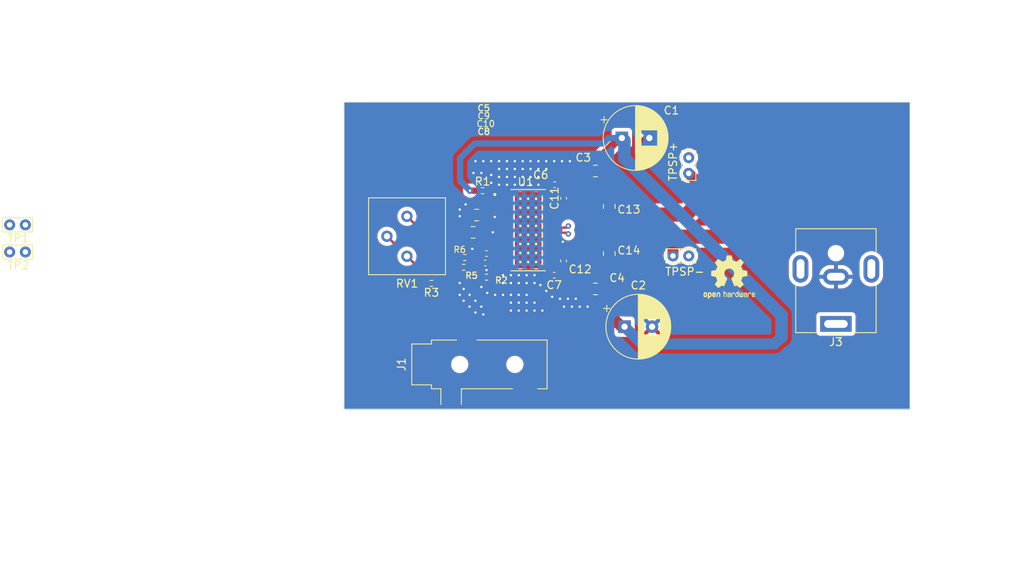
<source format=kicad_pcb>
(kicad_pcb (version 20240108) (generator "pcbnew") (generator_version "8.0")
  (layers (0 "F.Cu" signal) (31 "B.Cu" signal) (34 "B.Paste" user) (35 "F.Paste" user) (36 "B.SilkS" user "B.Silkscreen") (37 "F.SilkS" user "F.Silkscreen") (38 "B.Mask" user) (39 "F.Mask" user) (44 "Edge.Cuts" user))
  (net 0 "")
  (net 1 "GND")
  (net 2 "/RINP")
  (net 3 "AMPIN")
  (net 4 "/RINN")
  (net 5 "Net-(J1-PadR)")
  (net 6 "Net-(J1-PadT)")
  (net 7 "{slash}SHUTDOWN")
  (net 10 "/GVDD")
  (net 11 "Net-(U1-PBTL)")
  (net 12 "Net-(U1-PLIMIT)")
  (net 13 "/SPK+")
  (net 14 "/SPK-")
  (net 15 "VCC")
  (net 16 "/OUTPL")
  (net 17 "/BSPL")
  (net 18 "/BSNR")
  (net 19 "/OUTPR")
  (net 20 "Net-(R3-Pad2)")
  (footprint "Connector_BarrelJack:BarrelJack_CUI_PJ-063AH_Horizontal" (layer "F.Cu") (at 186.6 88.7 180)
    (property "Reference" "J3" (at 0 -2.3 0) (layer "F.SilkS"))
    (property "Value" "Barrel_Jack")
    (pad "" np_thru_hole circle (at 0 9 180) (size 1.6 1.6) (drill 1.6) (layers "*.Cu" "*.Mask"))
    (pad "1" thru_hole rect (at 0 0 180) (size 4 2) (drill oval 3 1) (layers "*.Cu" "*.Mask") (net 15 "VCC"))
    (pad "2" thru_hole oval (at 0 6 180) (size 3.3 2) (drill oval 2.3 1) (layers "*.Cu" "*.Mask") (net 1 "GND"))
    (pad "MP" thru_hole oval (at -4.5 7 180) (size 2 3.5) (drill oval 1 2.5) (layers "*.Cu" "*.Mask"))
    (pad "MP" thru_hole oval (at 4.5 7 180) (size 2 3.5) (drill oval 1 2.5) (layers "*.Cu" "*.Mask"))
  )
  (footprint "Capacitor_THT:CP_Radial_D8.0mm_P3.50mm" (layer "F.Cu") (at 159.393503 65.05)
    (property "Reference" "C1" (at 6.306497 -3.5 0) (layer "F.SilkS"))
    (property "Value" "100u")
    (pad "1" thru_hole rect (at 0 0) (size 1.6 1.6) (drill 0.8) (layers "*.Cu" "*.Mask") (net 15 "VCC"))
    (pad "2" thru_hole circle (at 3.5 0) (size 1.6 1.6) (drill 0.8) (layers "*.Cu" "*.Mask") (net 1 "GND"))
  )
  (footprint "TestPoint:TestPoint_Bridge_Pitch2.0mm_Drill0.7mm" (layer "F.Cu") (at 81.6 79.55)
    (property "Reference" "TP2" (at 1.1 1.7 0) (layer "F.SilkS"))
    (property "Value" "TestPoint")
    (pad "1" thru_hole circle (at 0 0) (size 1.4 1.4) (drill 0.7) (layers "*.Cu" "*.Mask") (net 14 "/SPK-"))
    (pad "1" thru_hole circle (at 2 0) (size 1.4 1.4) (drill 0.7) (layers "*.Cu" "*.Mask") (net 14 "/SPK-"))
  )
  (footprint "TPA3136D2PWPR:IC_TPS61196PWPRQ1" (layer "F.Cu") (at 147.493503 76.775)
    (property "Reference" "U1" (at -0.325 -6.135 0) (layer "F.SilkS"))
    (property "Value" "TPA3136D2PWPR")
    (pad "1" smd rect (at -2.8 -4.225) (size 1.6 0.3) (layers "F.Cu") (net 7 "{slash}SHUTDOWN"))
    (pad "2" smd rect (at -2.8 -3.575) (size 1.6 0.3) (layers "F.Cu") (net 7 "{slash}SHUTDOWN"))
    (pad "3" smd rect (at -2.8 -2.925) (size 1.6 0.3) (layers "F.Cu"))
    (pad "4" smd rect (at -2.8 -2.275) (size 1.6 0.3) (layers "F.Cu"))
    (pad "5" smd rect (at -2.8 -1.625) (size 1.6 0.3) (layers "F.Cu") (net 1 "GND"))
    (pad "6" smd rect (at -2.8 -0.975) (size 1.6 0.3) (layers "F.Cu") (net 1 "GND"))
    (pad "7" smd rect (at -2.8 -0.325) (size 1.6 0.3) (layers "F.Cu") (net 15 "VCC"))
    (pad "8" smd rect (at -2.8 0.325) (size 1.6 0.3) (layers "F.Cu") (net 1 "GND"))
    (pad "9" smd rect (at -2.8 0.975) (size 1.6 0.3) (layers "F.Cu") (net 10 "/GVDD"))
    (pad "10" smd rect (at -2.8 1.625) (size 1.6 0.3) (layers "F.Cu") (net 12 "Net-(U1-PLIMIT)"))
    (pad "11" smd rect (at -2.8 2.275) (size 1.6 0.3) (layers "F.Cu") (net 4 "/RINN"))
    (pad "12" smd rect (at -2.8 2.925) (size 1.6 0.3) (layers "F.Cu") (net 2 "/RINP"))
    (pad "13" smd rect (at -2.8 3.575) (size 1.6 0.3) (layers "F.Cu") (net 1 "GND"))
    (pad "14" smd rect (at -2.8 4.225) (size 1.6 0.3) (layers "F.Cu") (net 11 "Net-(U1-PBTL)"))
    (pad "15" smd rect (at 2.8 4.225) (size 1.6 0.3) (layers "F.Cu") (net 15 "VCC"))
    (pad "16" smd rect (at 2.8 3.575) (size 1.6 0.3) (layers "F.Cu") (net 15 "VCC"))
    (pad "17" smd rect (at 2.8 2.925) (size 1.6 0.3) (layers "F.Cu") (net 18 "/BSNR"))
    (pad "18" smd rect (at 2.8 2.275) (size 1.6 0.3) (layers "F.Cu") (net 19 "/OUTPR"))
    (pad "19" smd rect (at 2.8 1.625) (size 1.6 0.3) (layers "F.Cu") (net 1 "GND"))
    (pad "20" smd rect (at 2.8 0.975) (size 1.6 0.3) (layers "F.Cu") (net 19 "/OUTPR"))
    (pad "21" smd rect (at 2.8 0.325) (size 1.6 0.3) (layers "F.Cu") (net 18 "/BSNR"))
    (pad "22" smd rect (at 2.8 -0.325) (size 1.6 0.3) (layers "F.Cu") (net 17 "/BSPL"))
    (pad "23" smd rect (at 2.8 -0.975) (size 1.6 0.3) (layers "F.Cu") (net 16 "/OUTPL"))
    (pad "24" smd rect (at 2.8 -1.625) (size 1.6 0.3) (layers "F.Cu") (net 1 "GND"))
    (pad "25" smd rect (at 2.8 -2.275) (size 1.6 0.3) (layers "F.Cu") (net 16 "/OUTPL"))
    (pad "26" smd rect (at 2.8 -2.925) (size 1.6 0.3) (layers "F.Cu") (net 17 "/BSPL"))
    (pad "27" smd rect (at 2.8 -3.575) (size 1.6 0.3) (layers "F.Cu") (net 15 "VCC"))
    (pad "28" smd rect (at 2.8 -4.225) (size 1.6 0.3) (layers "F.Cu") (net 15 "VCC"))
    (pad "29" thru_hole circle (at -1 -4) (size 0.8 0.8) (drill 0.3) (layers "*.Cu" "*.Mask") (net 1 "GND"))
    (pad "29" thru_hole circle (at -1 -2.85) (size 0.8 0.8) (drill 0.3) (layers "*.Cu" "*.Mask") (net 1 "GND"))
    (pad "29" thru_hole circle (at -1 -1.7) (size 0.8 0.8) (drill 0.3) (layers "*.Cu" "*.Mask") (net 1 "GND"))
    (pad "29" thru_hole circle (at -1 -0.55) (size 0.8 0.8) (drill 0.3) (layers "*.Cu" "*.Mask") (net 1 "GND"))
    (pad "29" thru_hole circle (at -1 0.6) (size 0.8 0.8) (drill 0.3) (layers "*.Cu" "*.Mask") (net 1 "GND"))
    (pad "29" thru_hole circle (at -1 1.75) (size 0.8 0.8) (drill 0.3) (layers "*.Cu" "*.Mask") (net 1 "GND"))
    (pad "29" thru_hole circle (at -1 2.9) (size 0.8 0.8) (drill 0.3) (layers "*.Cu" "*.Mask") (net 1 "GND"))
    (pad "29" thru_hole circle (at -1 4.05) (size 0.8 0.8) (drill 0.3) (layers "*.Cu" "*.Mask") (net 1 "GND"))
    (pad "29" thru_hole circle (at 0 -4) (size 0.8 0.8) (drill 0.3) (layers "*.Cu" "*.Mask") (net 1 "GND"))
    (pad "29" thru_hole circle (at 0 -2.85) (size 0.8 0.8) (drill 0.3) (layers "*.Cu" "*.Mask") (net 1 "GND"))
    (pad "29" thru_hole circle (at 0 -1.7) (size 0.8 0.8) (drill 0.3) (layers "*.Cu" "*.Mask") (net 1 "GND"))
    (pad "29" thru_hole circle (at 0 -0.55) (size 0.8 0.8) (drill 0.3) (layers "*.Cu" "*.Mask") (net 1 "GND"))
    (pad "29" smd rect (at 0 0) (size 3.4 9.7) (layers "F.Cu") (net 1 "GND"))
    (pad "29" thru_hole circle (at 0 0.6) (size 0.8 0.8) (drill 0.3) (layers "*.Cu" "*.Mask") (net 1 "GND"))
    (pad "29" thru_hole circle (at 0 1.75) (size 0.8 0.8) (drill 0.3) (layers "*.Cu" "*.Mask") (net 1 "GND"))
    (pad "29" thru_hole circle (at 0 2.9) (size 0.8 0.8) (drill 0.3) (layers "*.Cu" "*.Mask") (net 1 "GND"))
    (pad "29" thru_hole circle (at 0 4.05) (size 0.8 0.8) (drill 0.3) (layers "*.Cu" "*.Mask") (net 1 "GND"))
    (pad "29" thru_hole circle (at 1 -4) (size 0.8 0.8) (drill 0.3) (layers "*.Cu" "*.Mask") (net 1 "GND"))
    (pad "29" thru_hole circle (at 1 -2.85) (size 0.8 0.8) (drill 0.3) (layers "*.Cu" "*.Mask") (net 1 "GND"))
    (pad "29" thru_hole circle (at 1 -1.7) (size 0.8 0.8) (drill 0.3) (layers "*.Cu" "*.Mask") (net 1 "GND"))
    (pad "29" thru_hole circle (at 1 -0.55) (size 0.8 0.8) (drill 0.3) (layers "*.Cu" "*.Mask") (net 1 "GND"))
    (pad "29" thru_hole circle (at 1 0.6) (size 0.8 0.8) (drill 0.3) (layers "*.Cu" "*.Mask") (net 1 "GND"))
    (pad "29" thru_hole circle (at 1 1.75) (size 0.8 0.8) (drill 0.3) (layers "*.Cu" "*.Mask") (net 1 "GND"))
    (pad "29" thru_hole circle (at 1 2.9) (size 0.8 0.8) (drill 0.3) (layers "*.Cu" "*.Mask") (net 1 "GND"))
    (pad "29" thru_hole circle (at 1 4.05) (size 0.8 0.8) (drill 0.3) (layers "*.Cu" "*.Mask") (net 1 "GND"))
  )
  (footprint "Resistor_SMD:R_0402_1005Metric_Pad0.72x0.64mm_HandSolder" (layer "F.Cu") (at 139.446003 80.25)
    (property "Reference" "R6" (at -0.6525 -1 0) (layer "F.SilkS") (effects (font (size 0.8 0.8) (thickness 0.125))))
    (property "Value" "1k")
    (pad "1" smd roundrect (at -0.5975 0) (size 0.715 0.64) (layers "F.Cu" "F.Paste" "F.Mask") (net 6 "Net-(J1-PadT)"))
    (pad "2" smd roundrect (at 0.5975 0) (size 0.715 0.64) (layers "F.Cu" "F.Paste" "F.Mask") (net 3 "AMPIN"))
  )
  (footprint "Capacitor_SMD:C_0402_1005Metric_Pad0.74x0.62mm_HandSolder" (layer "F.Cu") (at 150.793503 82.5)
    (property "Reference" "C7" (at 0 1.25 0) (layer "F.SilkS"))
    (property "Value" "1000p")
    (pad "1" smd roundrect (at -0.5675 0) (size 0.735 0.62) (layers "F.Cu" "F.Paste" "F.Mask") (net 15 "VCC"))
    (pad "2" smd roundrect (at 0.5675 0) (size 0.735 0.62) (layers "F.Cu" "F.Paste" "F.Mask") (net 1 "GND"))
  )
  (footprint "Capacitor_SMD:C_0805_2012Metric_Pad1.18x1.45mm_HandSolder" (layer "F.Cu") (at 156.043503 84.25)
    (property "Reference" "C4" (at 2.75 -1.4 0) (layer "F.SilkS"))
    (property "Value" ".1u")
    (pad "1" smd roundrect (at -1.0375 0) (size 1.175 1.45) (layers "F.Cu" "F.Paste" "F.Mask") (roundrect_rratio 0.212766) (net 15 "VCC"))
    (pad "2" smd roundrect (at 1.0375 0) (size 1.175 1.45) (layers "F.Cu" "F.Paste" "F.Mask") (roundrect_rratio 0.212766) (net 1 "GND"))
  )
  (footprint "Resistor_SMD:R_0402_1005Metric_Pad0.72x0.64mm_HandSolder" (layer "F.Cu") (at 139.293503 81.5 180)
    (property "Reference" "R5" (at -1 -1.05 0) (layer "F.SilkS") (effects (font (size 0.8 0.8))))
    (property "Value" "1k")
    (pad "1" smd roundrect (at -0.5975 0 180) (size 0.715 0.64) (layers "F.Cu" "F.Paste" "F.Mask") (net 3 "AMPIN"))
    (pad "2" smd roundrect (at 0.5975 0 180) (size 0.715 0.64) (layers "F.Cu" "F.Paste" "F.Mask") (net 5 "Net-(J1-PadR)"))
  )
  (footprint "Capacitor_SMD:C_0402_1005Metric_Pad0.74x0.62mm_HandSolder" (layer "F.Cu") (at 150.861003 71 180)
    (property "Reference" "C6" (at 1.7675 1.25 0) (layer "F.SilkS"))
    (property "Value" "1000p")
    (pad "1" smd roundrect (at -0.5675 0 180) (size 0.735 0.62) (layers "F.Cu" "F.Paste" "F.Mask") (net 1 "GND"))
    (pad "2" smd roundrect (at 0.5675 0 180) (size 0.735 0.62) (layers "F.Cu" "F.Paste" "F.Mask") (net 15 "VCC"))
  )
  (footprint "Capacitor_SMD:C_0805_2012Metric_Pad1.18x1.45mm_HandSolder" (layer "F.Cu") (at 157.793503 79.75 -90)
    (property "Reference" "C14" (at -0.4 -2.5 0) (layer "F.SilkS"))
    (property "Value" "1u")
    (pad "1" smd roundrect (at -1.0375 0 270) (size 1.175 1.45) (layers "F.Cu" "F.Paste" "F.Mask") (roundrect_rratio 0.212766) (net 14 "/SPK-"))
    (pad "2" smd roundrect (at 1.0375 0 270) (size 1.175 1.45) (layers "F.Cu" "F.Paste" "F.Mask") (roundrect_rratio 0.212766) (net 1 "GND"))
  )
  (footprint "Resistor_SMD:R_0402_1005Metric_Pad0.72x0.64mm_HandSolder" (layer "F.Cu") (at 141.696003 71.75)
    (property "Reference" "R1" (at 0 -1.17 0) (layer "F.SilkS"))
    (property "Value" "100k")
    (pad "1" smd roundrect (at -0.5975 0) (size 0.715 0.64) (layers "F.Cu" "F.Paste" "F.Mask") (net 15 "VCC"))
    (pad "2" smd roundrect (at 0.5975 0) (size 0.715 0.64) (layers "F.Cu" "F.Paste" "F.Mask") (net 7 "{slash}SHUTDOWN"))
  )
  (footprint "Capacitor_SMD:C_0402_1005Metric_Pad0.74x0.62mm_HandSolder" (layer "F.Cu") (at 142.193503 79.75 180)
    (property "Reference" "C10" (at 0.093503 16.5 0) (layer "F.SilkS") (effects (font (size 0.8 0.8) (thickness 0.125))))
    (property "Value" ".27u")
    (pad "1" smd roundrect (at -0.5675 0 180) (size 0.735 0.62) (layers "F.Cu" "F.Paste" "F.Mask") (net 4 "/RINN"))
    (pad "2" smd roundrect (at 0.5675 0 180) (size 0.735 0.62) (layers "F.Cu" "F.Paste" "F.Mask") (net 1 "GND"))
  )
  (footprint "Capacitor_THT:CP_Radial_D8.0mm_P3.50mm" (layer "F.Cu") (at 159.740852 89.05)
    (property "Reference" "C2" (at 1.75 -5.25 0) (layer "F.SilkS"))
    (property "Value" "100u")
    (pad "1" thru_hole rect (at 0 0) (size 1.6 1.6) (drill 0.8) (layers "*.Cu" "*.Mask") (net 15 "VCC"))
    (pad "2" thru_hole circle (at 3.5 0) (size 1.6 1.6) (drill 0.8) (layers "*.Cu" "*.Mask") (net 1 "GND"))
  )
  (footprint "clipboard:c860e70c-6b6c-4b37-9969-0fdff2164b0f" (layer "F.Cu") (at 173.043503 82.75)
    (property "Reference" "" (at 0 0 0) (layer "F.SilkS") (effects (font (size 1.27 1.27))))
    (property "Value" "" (at 0 0 0) (layer "F.SilkS") (effects (font (size 1.27 1.27))))
  )
  (footprint "TestPoint:TestPoint_Bridge_Pitch2.0mm_Drill0.7mm" (layer "F.Cu") (at 165.893503 80.05)
    (property "Reference" "TPSP-" (at 1.5 2 0) (layer "F.SilkS"))
    (property "Value" "TestPoint")
    (pad "1" thru_hole circle (at 0 0) (size 1.4 1.4) (drill 0.7) (layers "*.Cu" "*.Mask") (net 14 "/SPK-"))
    (pad "1" thru_hole circle (at 2 0) (size 1.4 1.4) (drill 0.7) (layers "*.Cu" "*.Mask") (net 14 "/SPK-"))
  )
  (footprint "Capacitor_SMD:C_0805_2012Metric_Pad1.18x1.45mm_HandSolder" (layer "F.Cu") (at 157.793503 73.75 90)
    (property "Reference" "C13" (at -0.4 2.5 0) (layer "F.SilkS"))
    (property "Value" "1u")
    (pad "1" smd roundrect (at -1.0375 0 90) (size 1.175 1.45) (layers "F.Cu" "F.Paste" "F.Mask") (roundrect_rratio 0.212766) (net 13 "/SPK+"))
    (pad "2" smd roundrect (at 1.0375 0 90) (size 1.175 1.45) (layers "F.Cu" "F.Paste" "F.Mask") (roundrect_rratio 0.212766) (net 1 "GND"))
  )
  (footprint "Connector_Audio:Jack_3.5mm_CUI_SJ-3523-SMT_Horizontal" (layer "F.Cu") (at 141.3 93.85 90)
    (property "Reference" "J1" (at 0 -9.9 90) (layer "F.SilkS"))
    (property "Value" "AudioJack3")
    (pad "" np_thru_hole circle (at 0 -2.5 90) (size 1.7 1.7) (drill 1.7) (layers "*.Cu" "*.Mask"))
    (pad "" np_thru_hole circle (at 0 4.5 90) (size 1.7 1.7) (drill 1.7) (layers "*.Cu" "*.Mask"))
    (pad "R" smd rect (at 3.7 -1.6 90) (size 2.8 2.2) (layers "F.Cu" "F.Paste" "F.Mask") (net 5 "Net-(J1-PadR)"))
    (pad "S" smd rect (at -3.7 -3.6 90) (size 2.8 2.2) (layers "F.Cu" "F.Paste" "F.Mask") (net 1 "GND"))
    (pad "T" smd rect (at -3.7 5.8 90) (size 2.8 2.8) (layers "F.Cu" "F.Paste" "F.Mask") (net 6 "Net-(J1-PadT)"))
  )
  (footprint "Resistor_SMD:R_0402_1005Metric_Pad0.72x0.64mm_HandSolder" (layer "F.Cu") (at 135.193503 83.55 180)
    (property "Reference" "R3" (at 0 -1.17 0) (layer "F.SilkS"))
    (property "Value" "10k")
    (pad "1" smd roundrect (at -0.5975 0 180) (size 0.715 0.64) (layers "F.Cu" "F.Paste" "F.Mask") (net 1 "GND"))
    (pad "2" smd roundrect (at 0.5975 0 180) (size 0.715 0.64) (layers "F.Cu" "F.Paste" "F.Mask") (net 20 "Net-(R3-Pad2)"))
  )
  (footprint "Capacitor_SMD:C_0402_1005Metric_Pad0.74x0.62mm_HandSolder" (layer "F.Cu") (at 151.993503 72.7175 90)
    (property "Reference" "C11" (at 0 -1.16 90) (layer "F.SilkS"))
    (property "Value" ".47u")
    (pad "1" smd roundrect (at -0.5675 0 90) (size 0.735 0.62) (layers "F.Cu" "F.Paste" "F.Mask") (net 17 "/BSPL"))
    (pad "2" smd roundrect (at 0.5675 0 90) (size 0.735 0.62) (layers "F.Cu" "F.Paste" "F.Mask") (net 16 "/OUTPL"))
  )
  (footprint "TestPoint:TestPoint_Bridge_Pitch2.0mm_Drill0.7mm" (layer "F.Cu") (at 81.6 76.1)
    (property "Reference" "TP1" (at 1.1 1.7 0) (layer "F.SilkS"))
    (property "Value" "TestPoint")
    (pad "1" thru_hole circle (at 0 0) (size 1.4 1.4) (drill 0.7) (layers "*.Cu" "*.Mask") (net 13 "/SPK+"))
    (pad "1" thru_hole circle (at 2 0) (size 1.4 1.4) (drill 0.7) (layers "*.Cu" "*.Mask") (net 13 "/SPK+"))
  )
  (footprint "Capacitor_SMD:C_0805_2012Metric_Pad1.18x1.45mm_HandSolder" (layer "F.Cu") (at 156.043503 69.25 180)
    (property "Reference" "C3" (at 1.55 1.7 0) (layer "F.SilkS"))
    (property "Value" ".1u")
    (pad "1" smd roundrect (at -1.0375 0 180) (size 1.175 1.45) (layers "F.Cu" "F.Paste" "F.Mask") (roundrect_rratio 0.212766) (net 1 "GND"))
    (pad "2" smd roundrect (at 1.0375 0 180) (size 1.175 1.45) (layers "F.Cu" "F.Paste" "F.Mask") (roundrect_rratio 0.212766) (net 15 "VCC"))
  )
  (footprint "Resistor_SMD:R_0402_1005Metric_Pad0.72x0.64mm_HandSolder" (layer "F.Cu") (at 142.196003 82.75)
    (property "Reference" "R2" (at 1.8975 0.4 0) (layer "F.SilkS") (effects (font (size 0.8 0.8))))
    (property "Value" "100k")
    (pad "1" smd roundrect (at -0.5975 0) (size 0.715 0.64) (layers "F.Cu" "F.Paste" "F.Mask") (net 15 "VCC"))
    (pad "2" smd roundrect (at 0.5975 0) (size 0.715 0.64) (layers "F.Cu" "F.Paste" "F.Mask") (net 11 "Net-(U1-PBTL)"))
  )
  (footprint "TestPoint:TestPoint_Bridge_Pitch2.0mm_Drill0.7mm" (layer "F.Cu") (at 167.893503 69.55 90)
    (property "Reference" "TPSP+" (at 1.5 -2 90) (layer "F.SilkS"))
    (property "Value" "TestPoint")
    (pad "1" thru_hole circle (at 0 0 90) (size 1.4 1.4) (drill 0.7) (layers "*.Cu" "*.Mask") (net 13 "/SPK+"))
    (pad "1" thru_hole circle (at 2 0 90) (size 1.4 1.4) (drill 0.7) (layers "*.Cu" "*.Mask") (net 13 "/SPK+"))
  )
  (footprint "Capacitor_SMD:C_0805_2012Metric_Pad1.18x1.45mm_HandSolder" (layer "F.Cu") (at 140.493503 77.05)
    (property "Reference" "C9" (at 1.356497 -14.8 180) (layer "F.SilkS") (effects (font (size 0.8 0.8) (thickness 0.125))))
    (property "Value" "1u")
    (pad "1" smd roundrect (at -1.0375 0) (size 1.175 1.45) (layers "F.Cu" "F.Paste" "F.Mask") (roundrect_rratio 0.212766) (net 1 "GND"))
    (pad "2" smd roundrect (at 1.0375 0) (size 1.175 1.45) (layers "F.Cu" "F.Paste" "F.Mask") (roundrect_rratio 0.212766) (net 10 "/GVDD"))
  )
  (footprint "Capacitor_SMD:C_0805_2012Metric_Pad1.18x1.45mm_HandSolder" (layer "F.Cu") (at 140.943503 74.85 180)
    (property "Reference" "C5" (at -0.906497 13.6 0) (layer "F.SilkS") (effects (font (size 0.8 0.8))))
    (property "Value" "1u")
    (pad "1" smd roundrect (at -1.0375 0 180) (size 1.175 1.45) (layers "F.Cu" "F.Paste" "F.Mask") (roundrect_rratio 0.212766) (net 15 "VCC"))
    (pad "2" smd roundrect (at 1.0375 0 180) (size 1.175 1.45) (layers "F.Cu" "F.Paste" "F.Mask") (roundrect_rratio 0.212766) (net 1 "GND"))
  )
  (footprint "Capacitor_SMD:C_0402_1005Metric_Pad0.74x0.62mm_HandSolder" (layer "F.Cu") (at 151.993503 80.6825 -90)
    (property "Reference" "C12" (at 1.0675 -2.1 180) (layer "F.SilkS"))
    (property "Value" ".47u")
    (pad "1" smd roundrect (at -0.5675 0 270) (size 0.735 0.62) (layers "F.Cu" "F.Paste" "F.Mask") (net 18 "/BSNR"))
    (pad "2" smd roundrect (at 0.5675 0 270) (size 0.735 0.62) (layers "F.Cu" "F.Paste" "F.Mask") (net 19 "/OUTPR"))
  )
  (footprint "Capacitor_SMD:C_0402_1005Metric_Pad0.74x0.62mm_HandSolder" (layer "F.Cu") (at 142.043503 80.95 180)
    (property "Reference" "C8" (at 0.193503 16.7 0) (layer "F.SilkS") (effects (font (size 0.8 0.8))))
    (property "Value" "0.27u")
    (pad "1" smd roundrect (at -0.5675 0 180) (size 0.735 0.62) (layers "F.Cu" "F.Paste" "F.Mask") (net 2 "/RINP"))
    (pad "2" smd roundrect (at 0.5675 0 180) (size 0.735 0.62) (layers "F.Cu" "F.Paste" "F.Mask") (net 3 "AMPIN"))
  )
  (footprint "Potentiometer_THT:Potentiometer_Bourns_3386P_Vertical" (layer "F.Cu") (at 132.085 75.01 180)
    (property "Reference" "RV1" (at -0.015 -8.555 0) (layer "F.SilkS"))
    (property "Value" "100k")
    (pad "1" thru_hole circle (at 0 0 180) (size 1.44 1.44) (drill 0.8) (layers "*.Cu" "*.Mask") (net 10 "/GVDD"))
    (pad "2" thru_hole circle (at 2.54 -2.54 180) (size 1.44 1.44) (drill 0.8) (layers "*.Cu" "*.Mask") (net 12 "Net-(U1-PLIMIT)"))
    (pad "3" thru_hole circle (at 0 -5.08 180) (size 1.44 1.44) (drill 0.8) (layers "*.Cu" "*.Mask") (net 20 "Net-(R3-Pad2)"))
  )
  (gr_line (start 124.1 99.55) (end 196 99.55) (stroke (width 0.1)) (layer "Edge.Cuts"))
  (gr_line (start 196 99.55) (end 196 60.5) (stroke (width 0.1)) (layer "Edge.Cuts"))
  (gr_line (start 124.1 60.5) (end 124.1 99.55) (stroke (width 0.1)) (layer "Edge.Cuts"))
  (gr_line (start 196 60.5) (end 124.1 60.5) (stroke (width 0.1)) (layer "Edge.Cuts"))
  (segment (start 157.618503 72.7125) (end 157.406003 72.5) (width 0.6) (layer "F.Cu") (net 1))
  (segment (start 139.361003 76.705) (end 139.456003 76.8) (width 0.2) (layer "F.Cu") (net 1))
  (segment (start 139.543503 72.75) (end 139.543503 74.4875) (width 0.6) (layer "F.Cu") (net 1))
  (segment (start 158.131003 73.05) (end 157.793503 72.7125) (width 0.8) (layer "F.Cu") (net 1))
  (segment (start 160.093503 81.25) (end 158.256003 81.25) (width 0.8) (layer "F.Cu") (net 1))
  (segment (start 160.093503 80.45) (end 158.131003 80.45) (width 0.8) (layer "F.Cu") (net 1))
  (segment (start 143.793503 80.35) (end 144.693503 80.35) (width 0.2) (layer "F.Cu") (net 1))
  (segment (start 143.293503 75.15) (end 143.243503 75.1) (width 0.2) (layer "F.Cu") (net 1))
  (segment (start 160.093503 73.05) (end 158.131003 73.05) (width 0.8) (layer "F.Cu") (net 1))
  (segment (start 157.793503 72.7125) (end 157.618503 72.7125) (width 0.6) (layer "F.Cu") (net 1))
  (segment (start 160.093503 72.25) (end 158.256003 72.25) (width 0.8) (layer "F.Cu") (net 1))
  (segment (start 143.093503 81.85) (end 143.593503 81.35) (width 0.2) (layer "F.Cu") (net 1))
  (segment (start 139.561003 76.945) (end 139.456003 77.05) (width 0.2) (layer "F.Cu") (net 1))
  (segment (start 143.593503 81.35) (end 143.593503 80.55) (width 0.2) (layer "F.Cu") (net 1))
  (segment (start 160.093503 81.25) (end 160.093503 80.45) (width 0.8) (layer "F.Cu") (net 1))
  (segment (start 144.643503 77.05) (end 144.693503 77.1) (width 0.3) (layer "F.Cu") (net 1))
  (segment (start 157.368503 72.7125) (end 157.793503 72.7125) (width 0.6) (layer "F.Cu") (net 1))
  (segment (start 143.593503 80.55) (end 143.793503 80.35) (width 0.2) (layer "F.Cu") (net 1))
  (segment (start 156.718503 82.825) (end 151.751003 82.825) (width 1) (layer "F.Cu") (net 1))
  (segment (start 151.751003 82.825) (end 151.426003 82.5) (width 1) (layer "F.Cu") (net 1))
  (segment (start 143.943503 75.8) (end 143.243503 75.1) (width 0.2) (layer "F.Cu") (net 1))
  (segment (start 139.261003 76.705) (end 139.456003 76.9) (width 0.2) (layer "F.Cu") (net 1))
  (segment (start 139.543503 74.4875) (end 139.906003 74.85) (width 0.6) (layer "F.Cu") (net 1))
  (segment (start 157.043503 82.5) (end 156.718503 82.825) (width 1) (layer "F.Cu") (net 1))
  (segment (start 151.743503 78.4) (end 151.893503 78.25) (width 0.3) (layer "F.Cu") (net 1))
  (segment (start 144.693503 75.15) (end 143.293503 75.15) (width 0.2) (layer "F.Cu") (net 1))
  (segment (start 139.756003 75) (end 139.906003 74.85) (width 0.6) (layer "F.Cu") (net 1))
  (segment (start 160.093503 73.05) (end 160.093503 72.25) (width 0.8) (layer "F.Cu") (net 1))
  (segment (start 158.293503 81.25) (end 157.043503 82.5) (width 1) (layer "F.Cu") (net 1))
  (segment (start 158.256003 72.25) (end 157.793503 72.7125) (width 0.8) (layer "F.Cu") (net 1))
  (segment (start 139.661003 76.845) (end 139.456003 77.05) (width 0.2) (layer "F.Cu") (net 1))
  (segment (start 144.693503 75.8) (end 143.943503 75.8) (width 0.2) (layer "F.Cu") (net 1))
  (segment (start 139.456003 76.8) (end 139.456003 77.05) (width 0.2) (layer "F.Cu") (net 1))
  (segment (start 158.256003 81.25) (end 157.793503 80.7875) (width 0.8) (layer "F.Cu") (net 1))
  (segment (start 142.993503 77.05) (end 144.643503 77.05) (width 0.3) (layer "F.Cu") (net 1))
  (segment (start 150.293503 78.4) (end 151.743503 78.4) (width 0.3) (layer "F.Cu") (net 1))
  (segment (start 142.193503 81.85) (end 143.093503 81.85) (width 0.2) (layer "F.Cu") (net 1))
  (segment (start 141.626003 79.75) (end 140.993503 79.75) (width 0.3) (layer "F.Cu") (net 1))
  (segment (start 157.081003 69.25) (end 158.693503 69.25) (width 1.4) (layer "F.Cu") (net 1))
  (segment (start 139.456003 76.9) (end 139.456003 77.05) (width 0.2) (layer "F.Cu") (net 1))
  (segment (start 138.793503 75) (end 139.756003 75) (width 0.6) (layer "F.Cu") (net 1))
  (segment (start 140.993503 79.75) (end 140.393503 79.15) (width 0.3) (layer "F.Cu") (net 1))
  (segment (start 158.693503 69.25) (end 162.893503 65.05) (width 1.4) (layer "F.Cu") (net 1))
  (segment (start 158.131003 80.45) (end 157.793503 80.7875) (width 0.8) (layer "F.Cu") (net 1))
  (segment (start 138.793503 74.15) (end 139.206003 74.15) (width 0.6) (layer "F.Cu") (net 1))
  (segment (start 139.561003 76.805) (end 139.561003 76.945) (width 0.2) (layer "F.Cu") (net 1))
  (segment (start 139.661003 76.805) (end 139.661003 76.845) (width 0.2) (layer "F.Cu") (net 1))
  (via (at 141.543503 86.5) (size 0.7) (drill 0.3) (layers "F.Cu" "B.Cu") (net 1))
  (via (at 147.793503 68) (size 0.7) (drill 0.3) (layers "F.Cu" "B.Cu") (net 1))
  (via (at 139.543503 73.5) (size 0.7) (drill 0.3) (layers "F.Cu" "B.Cu") (net 1))
  (via (at 140.543503 69.5) (size 0.7) (drill 0.3) (layers "F.Cu" "B.Cu") (net 1))
  (via (at 146.793503 68) (size 0.7) (drill 0.3) (layers "F.Cu" "B.Cu") (net 1))
  (via (at 148.793503 70) (size 0.7) (drill 0.3) (layers "F.Cu" "B.Cu") (net 1))
  (via (at 148.793503 68) (size 0.7) (drill 0.3) (layers "F.Cu" "B.Cu") (net 1))
  (via (at 147.293503 82.5) (size 0.7) (drill 0.3) (layers "F.Cu" "B.Cu") (net 1))
  (via (at 147.293503 83.5) (size 0.7) (drill 0.3) (layers "F.Cu" "B.Cu") (net 1))
  (via (at 153.043503 86.5) (size 0.7) (drill 0.3) (layers "F.Cu" "B.Cu") (net 1))
  (via (at 148.293503 87) (size 0.7) (drill 0.3) (layers "F.Cu" "B.Cu") (net 1))
  (via (at 147.293503 86) (size 0.7) (drill 0.3) (layers "F.Cu" "B.Cu") (net 1))
  (via (at 145.793503 69) (size 0.7) (drill 0.3) (layers "F.Cu" "B.Cu") (net 1))
  (via (at 145.793503 68) (size 0.7) (drill 0.3) (layers "F.Cu" "B.Cu") (net 1))
  (via (at 145.293503 87) (size 0.7) (drill 0.3) (layers "F.Cu" "B.Cu") (net 1))
  (via (at 149.043503 83.75) (size 0.7) (drill 0.3) (layers "F.Cu" "B.Cu") (net 1))
  (via (at 144.293503 83.5) (size 0.7) (drill 0.3) (layers "F.Cu" "B.Cu") (net 1))
  (via (at 143.793503 68) (size 0.7) (drill 0.3) (layers "F.Cu" "B.Cu") (net 1))
  (via (at 140.043503 85) (size 0.7) (drill 0.3) (layers "F.Cu" "B.Cu") (net 1))
  (via (at 145.793503 70) (size 0.7) (drill 0.3) (layers "F.Cu" "B.Cu") (net 1))
  (via (at 146.793503 70) (size 0.7) (drill 0.3) (layers "F.Cu" "B.Cu") (net 1))
  (via (at 144.793503 70) (size 0.7) (drill 0.3) (layers "F.Cu" "B.Cu") (net 1))
  (via (at 151.543503 85.5) (size 0.7) (drill 0.3) (layers "F.Cu" "B.Cu") (net 1))
  (via (at 149.793503 69) (size 0.7) (drill 0.3) (layers "F.Cu" "B.Cu") (net 1))
  (via (at 146.293503 86) (size 0.7) (drill 0.3) (layers "F.Cu" "B.Cu") (net 1))
  (via (at 147.793503 71) (size 0.7) (drill 0.3) (layers "F.Cu" "B.Cu") (net 1))
  (via (at 151.793503 68) (size 0.7) (drill 0.3) (layers "F.Cu" "B.Cu") (net 1))
  (via (at 148.293503 86) (size 0.7) (drill 0.3) (layers "F.Cu" "B.Cu") (net 1))
  (via (at 145.293503 86) (size 0.7) (drill 0.3) (layers "F.Cu" "B.Cu") (net 1))
  (via (at 152.793503 68) (size 0.7) (drill 0.3) (layers "F.Cu" "B.Cu") (net 1))
  (via (at 145.293503 85) (size 0.7) (drill 0.3) (layers "F.Cu" "B.Cu") (net 1))
  (via (at 140.793503 87.25) (size 0.7) (drill 0.3) (layers "F.Cu" "B.Cu") (net 1))
  (via (at 145.793503 71) (size 0.7) (drill 0.3) (layers "F.Cu" "B.Cu") (net 1))
  (via (at 147.793503 70) (size 0.7) (drill 0.3) (layers "F.Cu" "B.Cu") (net 1))
  (via (at 148.293503 83.5) (size 0.7) (drill 0.3) (layers "F.Cu" "B.Cu") (net 1))
  (via (at 148.793503 71) (size 0.7) (drill 0.3) (layers "F.Cu" "B.Cu") (net 1))
  (via (at 138.793503 85) (size 0.7) (drill 0.3) (layers "F.Cu" "B.Cu") (net 1))
  (via (at 142.193503 81.85) (size 0.7) (drill 0.3) (layers "F.Cu" "B.Cu") (net 1))
  (via (at 143.793503 69) (size 0.7) (drill 0.3) (layers "F.Cu" "B.Cu") (net 1))
  (via (at 148.793503 69) (size 0.7) (drill 0.3) (layers "F.Cu" "B.Cu") (net 1))
  (via (at 154.043503 86.5) (size 0.7) (drill 0.3) (layers "F.Cu" "B.Cu") (net 1))
  (via (at 143.793503 71) (size 0.7) (drill 0.3) (layers "F.Cu" "B.Cu") (net 1))
  (via (at 146.293503 87) (size 0.7) (drill 0.3) (layers "F.Cu" "B.Cu") (net 1))
  (via (at 142.793503 68) (size 0.7) (drill 0.3) (layers "F.Cu" "B.Cu") (net 1))
  (via (at 144.793503 69) (size 0.7) (drill 0.3) (layers "F.Cu" "B.Cu") (net 1))
  (via (at 141.543503 84) (size 0.7) (drill 0.3) (layers "F.Cu" "B.Cu") (net 1))
  (via (at 142.793503 70.75) (size 0.7) (drill 0.3) (layers "F.Cu" "B.Cu") (net 1))
  (via (at 140.393503 79.15) (size 0.7) (drill 0.3) (layers "F.Cu" "B.Cu") (net 1))
  (via (at 151.893503 78.25) (size 0.7) (drill 0.3) (layers "F.Cu" "B.Cu") (net 1))
  (via (at 146.793503 71) (size 0.7) (drill 0.3) (layers "F.Cu" "B.Cu") (net 1))
  (via (at 143.243503 75.1) (size 0.7) (drill 0.3) (layers "F.Cu" "B.Cu") (net 1))
  (via (at 140.043503 86.5) (size 0.7) (drill 0.3) (layers "F.Cu" "B.Cu") (net 1))
  (via (at 141.793503 87.5) (size 0.7) (drill 0.3) (layers "F.Cu" "B.Cu") (net 1))
  (via (at 144.293503 85) (size 0.7) (drill 0.3) (layers "F.Cu" "B.Cu") (net 1))
  (via (at 146.793503 69) (size 0.7) (drill 0.3) (layers "F.Cu" "B.Cu") (net 1))
  (via (at 149.293503 87) (size 0.7) (drill 0.3) (layers "F.Cu" "B.Cu") (net 1))
  (via (at 152.543503 85.5) (size 0.7) (drill 0.3) (layers "F.Cu" "B.Cu") (net 1))
  (via (at 138.793503 83.5) (size 0.7) (drill 0.3) (layers "F.Cu" "B.Cu") (net 1))
  (via (at 146.293503 83.5) (size 0.7) (drill 0.3) (layers "F.Cu" "B.Cu") (net 1))
  (via (at 150.793503 68) (size 0.7) (drill 0.3) (layers "F.Cu" "B.Cu") (net 1))
  (via (at 144.293503 82.5) (size 0.7) (drill 0.3) (layers "F.Cu" "B.Cu") (net 1))
  (via (at 149.793503 68) (size 0.7) (drill 0.3) (layers "F.Cu" "B.Cu") (net 1))
  (via (at 146.293503 85) (size 0.7) (drill 0.3) (layers "F.Cu" "B.Cu") (net 1))
  (via (at 147.793503 69) (size 0.7) (drill 0.3) (layers "F.Cu" "B.Cu") (net 1))
  (via (at 149.793503 84.5) (size 0.7) (drill 0.3) (layers "F.Cu" "B.Cu") (net 1))
  (via (at 140.793503 68) (size 0.7) (drill 0.3) (layers "F.Cu" "B.Cu") (net 1))
  (via (at 142.993503 77.05) (size 0.7) (drill 0.3) (layers "F.Cu" "B.Cu") (net 1))
  (via (at 139.293503 84.25) (size 0.7) (drill 0.3) (layers "F.Cu" "B.Cu") (net 1))
  (via (at 145.293503 82.5) (size 0.7) (drill 0.3) (layers "F.Cu" "B.Cu") (net 1))
  (via (at 148.293503 82.5) (size 0.7) (drill 0.3) (layers "F.Cu" "B.Cu") (net 1))
  (via (at 141.543503 69.5) (size 0.7) (drill 0.3) (layers "F.Cu" "B.Cu") (net 1))
  (via (at 150.543503 85.25) (size 0.7) (drill 0.3) (layers "F.Cu" "B.Cu") (net 1))
  (via (at 152.043503 86.5) (size 0.7) (drill 0.3) (layers "F.Cu" "B.Cu") (net 1))
  (via (at 147.293503 85) (size 0.7) (drill 0.3) (layers "F.Cu" "B.Cu") (net 1))
  (via (at 144.793503 71) (size 0.7) (drill 0.3) (layers "F.Cu" "B.Cu") (net 1))
  (via (at 139.293503 85.75) (size 0.7) (drill 0.3) (layers "F.Cu" "B.Cu") (net 1))
  (via (at 141.793503 68) (size 0.7) (drill 0.3) (layers "F.Cu" "B.Cu") (net 1))
  (via (at 143.293503 85) (size 0.7) (drill 0.3) (layers "F.Cu" "B.Cu") (net 1))
  (via (at 140.793503 85.75) (size 0.7) (drill 0.3) (layers "F.Cu" "B.Cu") (net 1))
  (via (at 155.043503 86.5) (size 0.7) (drill 0.3) (layers "F.Cu" "B.Cu") (net 1))
  (via (at 142.793503 69.75) (size 0.7) (drill 0.3) (layers "F.Cu" "B.Cu") (net 1))
  (via (at 147.293503 87) (size 0.7) (drill 0.3) (layers "F.Cu" "B.Cu") (net 1))
  (via (at 142.293503 84.75) (size 0.7) (drill 0.3) (layers "F.Cu" "B.Cu") (net 1))
  (via (at 143.793503 70) (size 0.7) (drill 0.3) (layers "F.Cu" "B.Cu") (net 1))
  (via (at 145.293503 83.5) (size 0.7) (drill 0.3) (layers "F.Cu" "B.Cu") (net 1))
  (via (at 153.543503 85.5) (size 0.7) (drill 0.3) (layers "F.Cu" "B.Cu") (net 1))
  (via (at 146.293503 82.5) (size 0.7) (drill 0.3) (layers "F.Cu" "B.Cu") (net 1))
  (via (at 138.793503 75) (size 0.7) (drill 0.3) (layers "F.Cu" "B.Cu") (net 1))
  (via (at 138.793503 74.15) (size 0.7) (drill 0.3) (layers "F.Cu" "B.Cu") (net 1))
  (via (at 144.793503 68) (size 0.7) (drill 0.3) (layers "F.Cu" "B.Cu") (net 1))
  (segment (start 162.893503 64.05) (end 163.393503 63.55) (width 1.4) (layer "B.Cu") (net 1))
  (segment (start 162.893503 66.05) (end 163.393503 66.55) (width 1.4) (layer "B.Cu") (net 1))
  (segment (start 163.393503 65.05) (end 164.393503 66.05) (width 1.4) (layer "B.Cu") (net 1))
  (segment (start 162.893503 65.05) (end 164.393503 65.05) (width 1.4) (layer "B.Cu") (net 1))
  (segment (start 162.893503 65.05) (end 162.893503 64.05) (width 1.4) (layer "B.Cu") (net 1))
  (segment (start 163.393503 65.05) (end 164.393503 64.05) (width 1.4) (layer "B.Cu") (net 1))
  (segment (start 162.893503 65.05) (end 162.893503 66.05) (width 1.4) (layer "B.Cu") (net 1))
  (segment (start 163.240852 87.202651) (end 163.393503 87.05) (width 1.4) (layer "B.Cu") (net 1))
  (segment (start 162.893503 65.05) (end 163.393503 65.05) (width 1.4) (layer "B.Cu") (net 1))
  (segment (start 142.611003 80.95) (end 143.861003 79.7) (width 0.2) (layer "F.Cu") (net 2))
  (segment (start 143.861003 79.7) (end 144.693503 79.7) (width 0.2) (layer "F.Cu") (net 2))
  (segment (start 140.043503 81.3475) (end 139.891003 81.5) (width 0.3) (layer "F.Cu") (net 3))
  (segment (start 140.043503 80.25) (end 140.776003 80.25) (width 0.3) (layer "F.Cu") (net 3))
  (segment (start 140.043503 80.25) (end 140.043503 81.3475) (width 0.3) (layer "F.Cu") (net 3))
  (segment (start 140.776003 80.25) (end 141.476003 80.95) (width 0.3) (layer "F.Cu") (net 3))
  (segment (start 142.761003 79.75) (end 143.461003 79.05) (width 0.2) (layer "F.Cu") (net 4))
  (segment (start 143.461003 79.05) (end 144.693503 79.05) (width 0.2) (layer "F.Cu") (net 4))
  (segment (start 139.7 90.15) (end 138.093503 88.543503) (width 0.3) (layer "F.Cu") (net 5))
  (segment (start 138.093503 88.543503) (end 138.093503 82.1025) (width 0.3) (layer "F.Cu") (net 5))
  (segment (start 138.093503 82.1025) (end 138.696003 81.5) (width 0.3) (layer "F.Cu") (net 5))
  (segment (start 137.55 94.45) (end 138.9 95.8) (width 0.3) (layer "F.Cu") (net 6))
  (segment (start 145.35 95.8) (end 147.1 97.55) (width 0.3) (layer "F.Cu") (net 6))
  (segment (start 137.55 81.548503) (end 137.55 94.45) (width 0.3) (layer "F.Cu") (net 6))
  (segment (start 138.848503 80.25) (end 137.55 81.548503) (width 0.3) (layer "F.Cu") (net 6))
  (segment (start 138.9 95.8) (end 145.35 95.8) (width 0.3) (layer "F.Cu") (net 6))
  (segment (start 143.893503 71.75) (end 144.693503 72.55) (width 0.3) (layer "F.Cu") (net 7))
  (segment (start 144.693503 72.55) (end 144.693503 73.2) (width 0.3) (layer "F.Cu") (net 7))
  (segment (start 142.293503 71.75) (end 143.893503 71.75) (width 0.3) (layer "F.Cu") (net 7))
  (segment (start 140.406003 75.925) (end 141.531003 77.05) (width 0.3) (layer "F.Cu") (net 10))
  (segment (start 141.531003 77.05) (end 142.231003 77.75) (width 0.3) (layer "F.Cu") (net 10))
  (segment (start 133 75.925) (end 140.406003 75.925) (width 0.3) (layer "F.Cu") (net 10))
  (segment (start 132.085 75.01) (end 133 75.925) (width 0.3) (layer "F.Cu") (net 10))
  (segment (start 142.231003 77.75) (end 144.693503 77.75) (width 0.3) (layer "F.Cu") (net 10))
  (segment (start 142.943503 82.75) (end 144.693503 81) (width 0.3) (layer "F.Cu") (net 11))
  (segment (start 142.793503 82.75) (end 142.943503 82.75) (width 0.3) (layer "F.Cu") (net 11))
  (segment (start 129.545 77.55) (end 130.395 78.4) (width 0.3) (layer "F.Cu") (net 12))
  (segment (start 130.395 78.4) (end 144.693503 78.4) (width 0.3) (layer "F.Cu") (net 12))
  (segment (start 167.592323 74.7875) (end 162.893503 74.7875) (width 1.8) (layer "F.Cu") (net 13))
  (segment (start 171.893503 68.35) (end 171.893503 70.48632) (width 1.8) (layer "F.Cu") (net 13))
  (segment (start 157.356003 74.75) (end 157.393503 74.7875) (width 0.6) (layer "F.Cu") (net 13))
  (segment (start 171.893503 70.48632) (end 170.361663 72.01816) (width 1.8) (layer "F.Cu") (net 13))
  (segment (start 155.493503 74.15) (end 156.093503 74.75) (width 1.8) (layer "F.Cu") (net 13))
  (segment (start 170.361663 72.01816) (end 167.592323 74.7875) (width 1.8) (layer "F.Cu") (net 13))
  (segment (start 167.893503 69.55) (end 170.361663 72.01816) (width 1.4) (layer "F.Cu") (net 13))
  (segment (start 157.393503 74.7875) (end 157.793503 74.7875) (width 0.6) (layer "F.Cu") (net 13))
  (segment (start 156.093503 74.75) (end 157.356003 74.75) (width 1.8) (layer "F.Cu") (net 13))
  (segment (start 162.893503 74.7875) (end 157.793503 74.7875) (width 1.8) (layer "F.Cu") (net 13))
  (segment (start 176.053503 77.6) (end 165.893503 77.6) (width 1.8) (layer "F.Cu") (net 14))
  (segment (start 158.906003 77.6) (end 157.793503 78.7125) (width 1.8) (layer "F.Cu") (net 14))
  (segment (start 157.356003 78.75) (end 157.393503 78.7125) (width 0.8) (layer "F.Cu") (net 14))
  (segment (start 155.493503 79.45) (end 156.193503 78.75) (width 1.8) (layer "F.Cu") (net 14))
  (segment (start 157.393503 78.7125) (end 157.793503 78.7125) (width 0.8) (layer "F.Cu") (net 14))
  (segment (start 156.193503 78.75) (end 157.356003 78.75) (width 1.8) (layer "F.Cu") (net 14))
  (segment (start 165.893503 80.05) (end 165.893503 77.6) (width 1.4) (layer "F.Cu") (net 14))
  (segment (start 165.893503 77.6) (end 158.906003 77.6) (width 1.8) (layer "F.Cu") (net 14))
  (segment (start 176.333503 77.88) (end 176.053503 77.6) (width 1.8) (layer "F.Cu") (net 14))
  (segment (start 143.148503 84.3) (end 148.603553 84.3) (width 0.3) (layer "F.Cu") (net 15))
  (segment (start 155.006003 69.168997) (end 159.125 65.05) (width 1) (layer "F.Cu") (net 15))
  (segment (start 141.598503 82.75) (end 143.148503 84.3) (width 0.3) (layer "F.Cu") (net 15))
  (segment (start 141.981003 72.6325) (end 141.946003 72.5975) (width 0.3) (layer "F.Cu") (net 15))
  (segment (start 151.546447 69.25) (end 155.006003 69.25) (width 1) (layer "F.Cu") (net 15))
  (segment (start 141.981003 74.85) (end 141.981003 72.6325) (width 0.3) (layer "F.Cu") (net 15))
  (segment (start 150.226003 82.5) (end 150.226003 80.55) (width 0.8) (layer "F.Cu") (net 15))
  (segment (start 141.981003 74.85) (end 143.581003 76.45) (width 0.3) (layer "F.Cu") (net 15))
  (segment (start 155.006003 84.694733) (end 155.006003 84.25) (width 1.4) (layer "F.Cu") (net 15))
  (segment (start 148.603553 84.3) (end 153.353553 89.05) (width 0.3) (layer "F.Cu") (net 15))
  (segment (start 150.226003 82.5) (end 150.226003 82.997056) (width 1) (layer "F.Cu") (net 15))
  (segment (start 150.293503 70.502944) (end 151.546447 69.25) (width 1) (layer "F.Cu") (net 15))
  (segment (start 159.36127 89.05) (end 155.006003 84.694733) (width 1.4) (layer "F.Cu") (net 15))
  (segment (start 153.353553 89.05) (end 159.740852 89.05) (width 0.3) (layer "F.Cu") (net 15))
  (segment (start 151.478947 84.25) (end 155.006003 84.25) (width 1) (layer "F.Cu") (net 15))
  (segment (start 143.581003 76.45) (end 144.693503 76.45) (width 0.3) (layer "F.Cu") (net 15))
  (segment (start 141.946003 72.5975) (end 141.098503 71.75) (width 0.3) (layer "F.Cu") (net 15))
  (segment (start 159.125 65.05) (end 159.393503 65.05) (width 1) (layer "F.Cu") (net 15))
  (segment (start 155.006003 69.25) (end 155.006003 69.168997) (width 1) (layer "F.Cu") (net 15))
  (segment (start 150.293503 71) (end 150.293503 70.502944) (width 1) (layer "F.Cu") (net 15))
  (segment (start 150.293503 73.2) (end 150.293503 72.55) (width 0.2) (layer "F.Cu") (net 15))
  (segment (start 150.293503 71) (end 150.293503 73) (width 0.8) (layer "F.Cu") (net 15))
  (segment (start 150.226003 82.997056) (end 151.478947 84.25) (width 1) (layer "F.Cu") (net 15))
  (segment (start 159.740852 89.05) (end 159.36127 89.05) (width 1.4) (layer "F.Cu") (net 15))
  (segment (start 141.098503 71.75) (end 140.093503 71.75) (width 0.8) (layer "F.Cu") (net 15))
  (via (at 140.093503 71.75) (size 0.7) (drill 0.3) (layers "F.Cu" "B.Cu") (net 15))
  (segment (start 140.7 65.75) (end 138.843503 67.606497) (width 0.8) (layer "B.Cu") (net 15))
  (segment (start 157.021359 65.75) (end 140.7 65.75) (width 0.8) (layer "B.Cu") (net 15))
  (segment (start 138.843503 67.606497) (end 138.843503 70.5) (width 0.8) (layer "B.Cu") (net 15))
  (segment (start 138.843503 70.5) (end 140.093503 71.75) (width 0.8) (layer "B.Cu") (net 15))
  (segment (start 159.721359 65.377856) (end 159.393503 65.05) (width 1.6) (layer "B.Cu") (net 15))
  (segment (start 159.740852 89.05) (end 161.940852 91.25) (width 1.4) (layer "B.Cu") (net 15))
  (segment (start 159.721359 67.622144) (end 159.721359 65.377856) (width 1.6) (layer "B.Cu") (net 15))
  (segment (start 179.693503 87.594288) (end 159.721359 67.622144) (width 1.6) (layer "B.Cu") (net 15))
  (segment (start 157.021359 65.75) (end 157.721359 65.05) (width 0.8) (layer "B.Cu") (net 15))
  (segment (start 178.793503 91.25) (end 179.693503 90.35) (width 1.4) (layer "B.Cu") (net 15))
  (segment (start 179.693503 90.35) (end 179.693503 87.594288) (width 1.6) (layer "B.Cu") (net 15))
  (segment (start 157.721359 65.05) (end 159.393503 65.05) (width 0.8) (layer "B.Cu") (net 15))
  (segment (start 161.940852 91.25) (end 178.793503 91.25) (width 1.4) (layer "B.Cu") (net 15))
  (segment (start 153.293503 73.149769) (end 153.293503 74.15) (width 0.8) (layer "F.Cu") (net 16))
  (segment (start 152.362132 74.15) (end 153.293503 74.15) (width 0.5) (layer "F.Cu") (net 16))
  (segment (start 152.012132 74.5) (end 152.362132 74.15) (width 0.5) (layer "F.Cu") (net 16))
  (segment (start 151.993503 72.15) (end 152.293734 72.15) (width 0.8) (layer "F.Cu") (net 16))
  (segment (start 152.293734 72.15) (end 153.293503 73.149769) (width 0.8) (layer "F.Cu") (net 16))
  (segment (start 150.293503 74.5) (end 152.012132 74.5) (width 0.5) (layer "F.Cu") (net 16))
  (segment (start 152.593503 76.25) (end 152.393503 76.45) (width 0.3) (layer "F.Cu") (net 17))
  (segment (start 152.393503 76.45) (end 150.293503 76.45) (width 0.3) (layer "F.Cu") (net 17))
  (segment (start 151.428503 73.85) (end 151.993503 73.285) (width 0.4) (layer "F.Cu") (net 17))
  (segment (start 150.293503 73.85) (end 151.428503 73.85) (width 0.4) (layer "F.Cu") (net 17))
  (via (at 152.593503 76.25) (size 0.7) (drill 0.3) (layers "F.Cu" "B.Cu") (net 17))
  (segment (start 151.578503 79.7) (end 151.993503 80.115) (width 0.4) (layer "F.Cu") (net 18))
  (segment (start 150.293503 77.1) (end 152.443503 77.1) (width 0.3) (layer "F.Cu") (net 18))
  (segment (start 152.443503 77.1) (end 152.593503 77.25) (width 0.3) (layer "F.Cu") (net 18))
  (segment (start 150.293503 79.7) (end 151.578503 79.7) (width 0.4) (layer "F.Cu") (net 18))
  (via (at 152.593503 77.25) (size 0.7) (drill 0.3) (layers "F.Cu" "B.Cu") (net 18))
  (segment (start 152.412132 79.3) (end 153.143503 79.3) (width 0.5) (layer "F.Cu") (net 19))
  (segment (start 152.293734 81.25) (end 153.293503 80.250231) (width 0.8) (layer "F.Cu") (net 19))
  (segment (start 153.293503 80.250231) (end 153.293503 79.45) (width 0.8) (layer "F.Cu") (net 19))
  (segment (start 150.293503 79.05) (end 152.162132 79.05) (width 0.5) (layer "F.Cu") (net 19))
  (segment (start 153.143503 79.3) (end 153.293503 79.45) (width 0.5) (layer "F.Cu") (net 19))
  (segment (start 151.993503 81.25) (end 152.293734 81.25) (width 0.8) (layer "F.Cu") (net 19))
  (segment (start 152.162132 79.05) (end 152.412132 79.3) (width 0.5) (layer "F.Cu") (net 19))
  (segment (start 134.596003 82.601003) (end 134.596003 83.55) (width 0.3) (layer "F.Cu") (net 20))
  (segment (start 132.085 80.09) (end 134.596003 82.601003) (width 0.3) (layer "F.Cu") (net 20))
  (zone (net 1) (net_name "GND") (layer "F.Cu") (priority 1) (connect_pads (clearance 0.5)) (min_thickness 0.25) (fill yes (thermal_gap 0.5) (thermal_bridge_width 0.5))
    (polygon (pts (xy 151.908218 54.216534) (xy 168.418218 52.946534) (xy 204.5 50.5) (xy 209.5 85.5) (xy 208.5 113.5) (xy 94.5 114) (xy 103 50.5) (xy 149.5 55.5)))
  )
  (zone (net 1) (net_name "GND") (layer "B.Cu") (connect_pads (clearance 0.5)) (min_thickness 0.25) (fill yes (thermal_gap 0.5) (thermal_bridge_width 0.5))
    (polygon (pts (xy 165 49) (xy 209 47.5) (xy 210.5 79.5) (xy 207 112.5) (xy 162.5 112.5) (xy 120 119) (xy 88 116.5) (xy 94 77.5) (xy 97 60) (xy 106 52) (xy 154 52.5) (xy 159 50)))
  )
)
</source>
